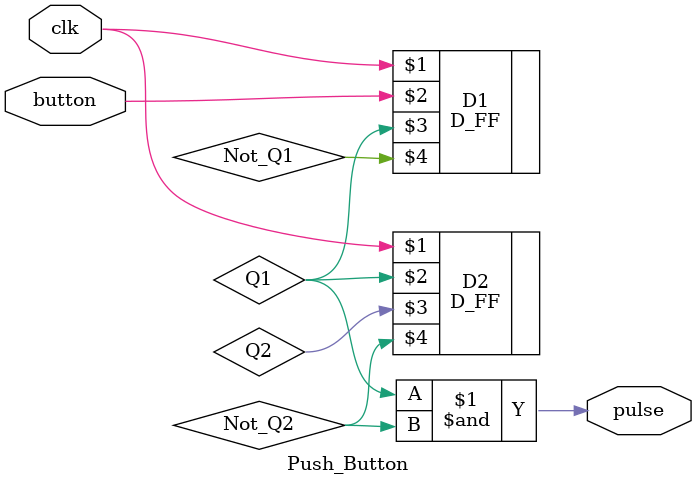
<source format=v>
module Push_Button(
    input button,
    input clk,
    output pulse
    );
    
    wire Q1, Not_Q1, Q2, Not_Q2;
    D_FF D1(clk,button,Q1,Not_Q1);
    D_FF D2(clk,Q1,Q2,Not_Q2);
    
    assign pulse = Q1 & Not_Q2;
endmodule

</source>
